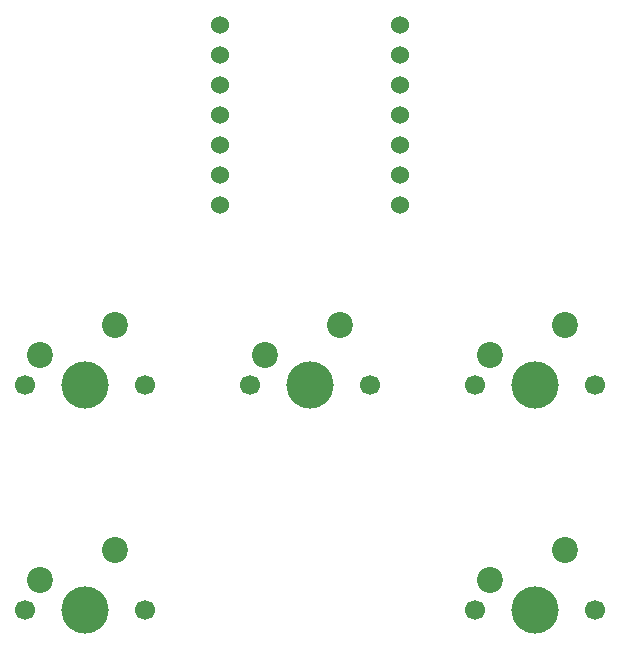
<source format=gbr>
%TF.GenerationSoftware,KiCad,Pcbnew,9.0.2*%
%TF.CreationDate,2025-07-03T17:25:43-07:00*%
%TF.ProjectId,new_proj,6e65775f-7072-46f6-9a2e-6b696361645f,rev?*%
%TF.SameCoordinates,Original*%
%TF.FileFunction,Soldermask,Bot*%
%TF.FilePolarity,Negative*%
%FSLAX46Y46*%
G04 Gerber Fmt 4.6, Leading zero omitted, Abs format (unit mm)*
G04 Created by KiCad (PCBNEW 9.0.2) date 2025-07-03 17:25:43*
%MOMM*%
%LPD*%
G01*
G04 APERTURE LIST*
%ADD10C,1.700000*%
%ADD11C,4.000000*%
%ADD12C,2.200000*%
%ADD13C,1.524000*%
G04 APERTURE END LIST*
D10*
%TO.C,SW1*%
X88820000Y-63400000D03*
D11*
X93900000Y-63400000D03*
D10*
X98980000Y-63400000D03*
D12*
X96440000Y-58320000D03*
X90090000Y-60860000D03*
%TD*%
D10*
%TO.C,SW5*%
X50720000Y-82450000D03*
D11*
X55800000Y-82450000D03*
D10*
X60880000Y-82450000D03*
D12*
X58340000Y-77370000D03*
X51990000Y-79910000D03*
%TD*%
D10*
%TO.C,SW4*%
X88820000Y-82450000D03*
D11*
X93900000Y-82450000D03*
D10*
X98980000Y-82450000D03*
D12*
X96440000Y-77370000D03*
X90090000Y-79910000D03*
%TD*%
D10*
%TO.C,SW3*%
X50720000Y-63400000D03*
D11*
X55800000Y-63400000D03*
D10*
X60880000Y-63400000D03*
D12*
X58340000Y-58320000D03*
X51990000Y-60860000D03*
%TD*%
D10*
%TO.C,SW2*%
X69770000Y-63400000D03*
D11*
X74850000Y-63400000D03*
D10*
X79930000Y-63400000D03*
D12*
X77390000Y-58320000D03*
X71040000Y-60860000D03*
%TD*%
D13*
%TO.C,U1*%
X67260000Y-32900000D03*
X67260000Y-35440000D03*
X67260000Y-37980000D03*
X67260000Y-40520000D03*
X67260000Y-43060000D03*
X67260000Y-45600000D03*
X67260000Y-48140000D03*
X82500000Y-48140000D03*
X82500000Y-45600000D03*
X82500000Y-43060000D03*
X82500000Y-40520000D03*
X82500000Y-37980000D03*
X82500000Y-35440000D03*
X82500000Y-32900000D03*
%TD*%
M02*

</source>
